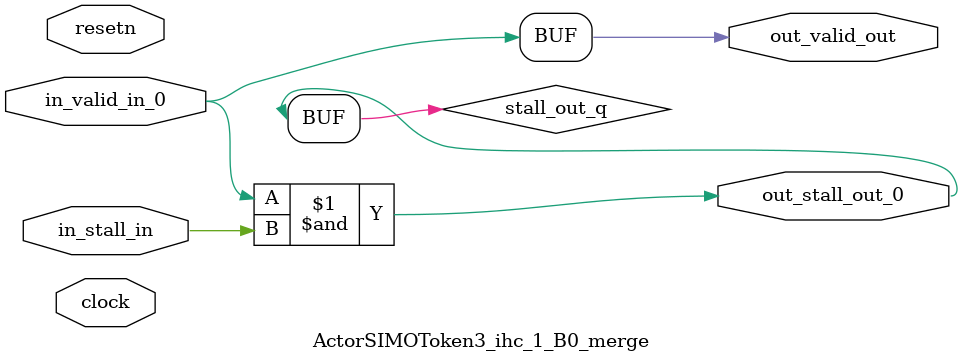
<source format=sv>



(* altera_attribute = "-name AUTO_SHIFT_REGISTER_RECOGNITION OFF; -name MESSAGE_DISABLE 10036; -name MESSAGE_DISABLE 10037; -name MESSAGE_DISABLE 14130; -name MESSAGE_DISABLE 14320; -name MESSAGE_DISABLE 15400; -name MESSAGE_DISABLE 14130; -name MESSAGE_DISABLE 10036; -name MESSAGE_DISABLE 12020; -name MESSAGE_DISABLE 12030; -name MESSAGE_DISABLE 12010; -name MESSAGE_DISABLE 12110; -name MESSAGE_DISABLE 14320; -name MESSAGE_DISABLE 13410; -name MESSAGE_DISABLE 113007; -name MESSAGE_DISABLE 10958" *)
module ActorSIMOToken3_ihc_1_B0_merge (
    input wire [0:0] in_stall_in,
    input wire [0:0] in_valid_in_0,
    output wire [0:0] out_stall_out_0,
    output wire [0:0] out_valid_out,
    input wire clock,
    input wire resetn
    );

    wire [0:0] stall_out_q;


    // stall_out(LOGICAL,6)
    assign stall_out_q = in_valid_in_0 & in_stall_in;

    // out_stall_out_0(GPOUT,4)
    assign out_stall_out_0 = stall_out_q;

    // out_valid_out(GPOUT,5)
    assign out_valid_out = in_valid_in_0;

endmodule

</source>
